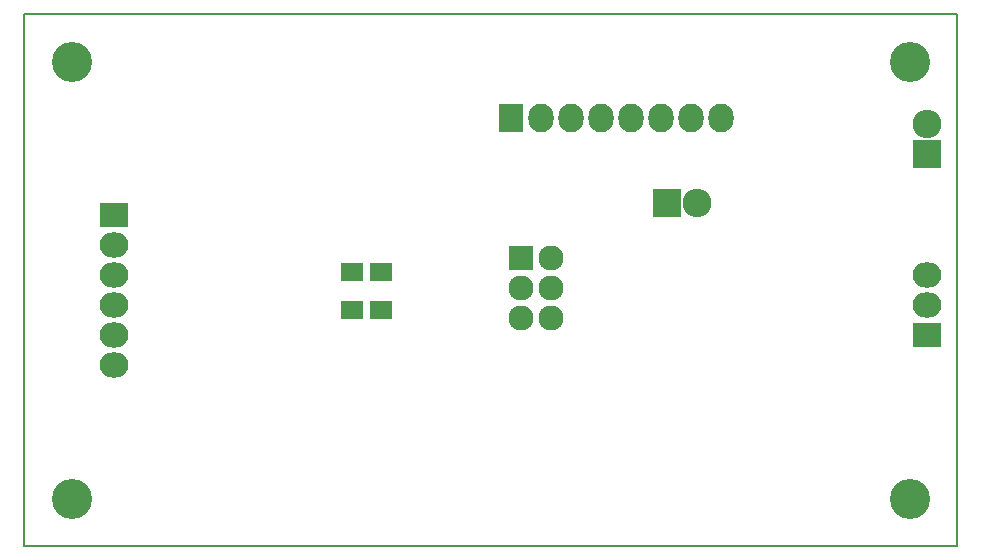
<source format=gbs>
G04 #@! TF.FileFunction,Soldermask,Bot*
%FSLAX46Y46*%
G04 Gerber Fmt 4.6, Leading zero omitted, Abs format (unit mm)*
G04 Created by KiCad (PCBNEW 0.201602181416+6564~42~ubuntu15.04.1-product) date Mon 22 Feb 2016 02:25:23 PM EST*
%MOMM*%
G01*
G04 APERTURE LIST*
%ADD10C,0.100000*%
%ADD11C,0.150000*%
%ADD12R,1.900000X1.650000*%
%ADD13R,2.127200X2.127200*%
%ADD14O,2.127200X2.127200*%
%ADD15R,2.432000X2.432000*%
%ADD16O,2.432000X2.432000*%
%ADD17R,2.432000X2.127200*%
%ADD18O,2.432000X2.127200*%
%ADD19R,2.127200X2.432000*%
%ADD20O,2.127200X2.432000*%
%ADD21C,3.400000*%
G04 APERTURE END LIST*
D10*
D11*
X100000000Y-25000000D02*
X100000000Y-70000000D01*
X179000000Y-25000000D02*
X179000000Y-70000000D01*
X179000000Y-25000000D02*
X100000000Y-25000000D01*
X100000000Y-70000000D02*
X179000000Y-70000000D01*
D12*
X130217363Y-50000000D03*
X127717363Y-50000000D03*
X130217363Y-46800000D03*
X127717363Y-46800000D03*
D13*
X142027363Y-45612527D03*
D14*
X144567363Y-45612527D03*
X142027363Y-48152527D03*
X144567363Y-48152527D03*
X142027363Y-50692527D03*
X144567363Y-50692527D03*
D15*
X176400000Y-36800000D03*
D16*
X176400000Y-34260000D03*
D17*
X176400000Y-52140000D03*
D18*
X176400000Y-49600000D03*
X176400000Y-47060000D03*
D19*
X141240000Y-33800000D03*
D20*
X143780000Y-33800000D03*
X146320000Y-33800000D03*
X148860000Y-33800000D03*
X151400000Y-33800000D03*
X153940000Y-33800000D03*
X156480000Y-33800000D03*
X159020000Y-33800000D03*
D17*
X107600000Y-41980000D03*
D18*
X107600000Y-44520000D03*
X107600000Y-47060000D03*
X107600000Y-49600000D03*
X107600000Y-52140000D03*
X107600000Y-54680000D03*
D15*
X154460000Y-41000000D03*
D16*
X157000000Y-41000000D03*
D21*
X175000000Y-66000000D03*
X104000000Y-66000000D03*
X175000000Y-29000000D03*
X104000000Y-29000000D03*
M02*

</source>
